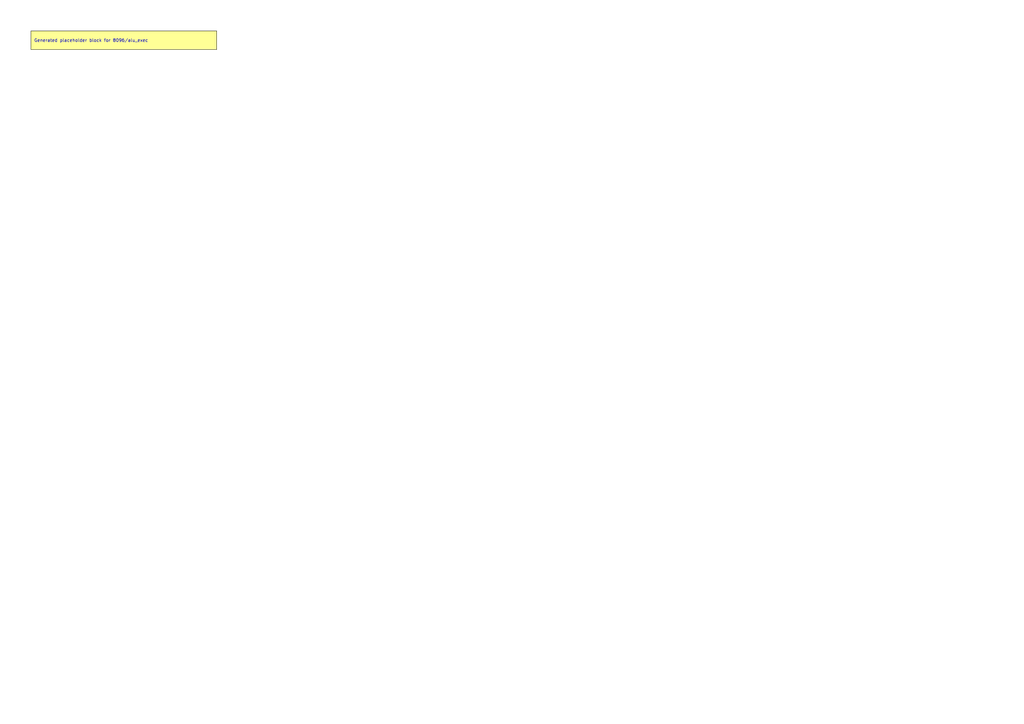
<source format=kicad_sch>
(kicad_sch
	(version 20250114)
	(generator "kicadgen")
	(generator_version "0.1")
	(uuid "88387f8f-04bb-5d9e-918f-253e1ae56fc6")
	(paper "A3")
	(title_block
		(title "8096::alu_exec")
		(company "Project Carbon")
		(comment 1 "Generated - do not edit in generated/")
		(comment 2 "Edit in schem/kicad9/manual/ or refine mapping specs")
	)
	(lib_symbols)
	(text_box
		"Generated placeholder block for 8096/alu_exec"
		(exclude_from_sim no)
		(at
			12.7
			12.7
			0
		)
		(size 76.2 7.62)
		(margins
			1.27
			1.27
			1.27
			1.27
		)
		(stroke
			(width 0)
			(type default)
			(color
				0
				0
				0
				1
			)
		)
		(fill
			(type color)
			(color
				255
				255
				150
				1
			)
		)
		(effects
			(font
				(size 1.27 1.27)
			)
			(justify left)
		)
		(uuid "0537ddf3-0575-5801-adbf-9494c6f5024f")
	)
	(sheet_instances
		(path
			"/"
			(page "1")
		)
	)
	(embedded_fonts no)
)

</source>
